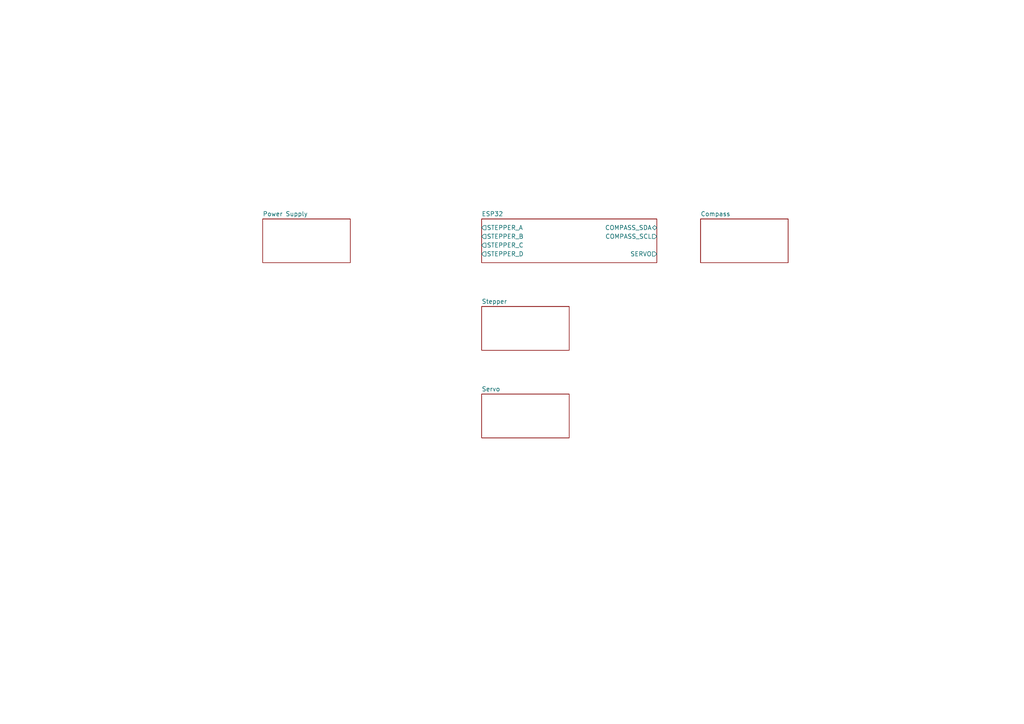
<source format=kicad_sch>
(kicad_sch (version 20230121) (generator eeschema)
  (paper "A4")
  (title_block (title "ISSptr") (date "July 2024") (rev "v1"))
  (lib_symbols)
  (sheet (at 203.2 63.5) (size 25.4 12.7) (stroke (width 0.1524))
    (property "Sheetname" "Compass" (at 203.2 62.7884 0) (effects (justify left bottom)))
    (property "Sheetfile" "Compass.kicad_sch" (effects hide))
  )
  (sheet (at 139.7 63.5) (size 50.8 12.7) (stroke (width 0.1524))
    (property "Sheetname" "ESP32" (at 139.7 62.7884 0) (effects (justify left bottom)))
    (property "Sheetfile" "ESP32.kicad_sch" (effects hide))
    (pin "STEPPER_C" output (at 139.7 71.12 180))
    (pin "STEPPER_A" output (at 139.7 66.04 180))
    (pin "COMPASS_SDA" bidirectional (at 190.5 66.04 0))
    (pin "COMPASS_SCL" output (at 190.5 68.58 0))
    (pin "STEPPER_B" output (at 139.7 68.58 180))
    (pin "STEPPER_D" output (at 139.7 73.66 180))
    (pin "SERVO" output (at 190.5 73.66 0))
  )
  (sheet (at 139.7 114.3) (size 25.4 12.7) (stroke (width 0.1524))
    (property "Sheetname" "Servo" (at 139.7 113.5884 0) (effects (justify left bottom)))
    (property "Sheetfile" "Servo.kicad_sch" (effects hide))
  )
  (sheet (at 76.2 63.5) (size 25.4 12.7) (stroke (width 0.1524))
    (property "Sheetname" "Power Supply" (at 76.2 62.7884 0) (effects (justify left bottom)))
    (property "Sheetfile" "PowerSupply.kicad_sch" (effects hide))
  )
  (sheet (at 139.7 88.9) (size 25.4 12.7) (stroke (width 0.1524))
    (property "Sheetname" "Stepper" (at 139.7 88.1884 0) (effects (justify left bottom)))
    (property "Sheetfile" "Stepper.kicad_sch" (effects hide))
  )
)
</source>
